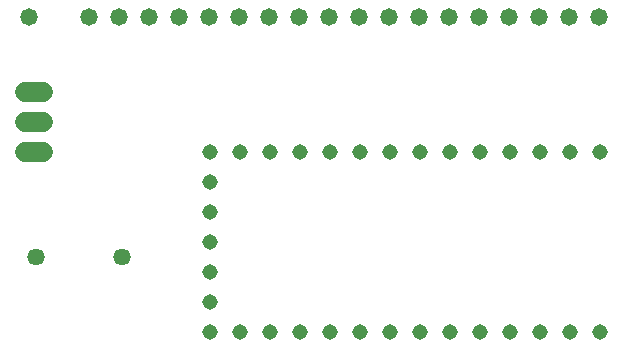
<source format=gbr>
G04 EAGLE Gerber RS-274X export*
G75*
%MOMM*%
%FSLAX34Y34*%
%LPD*%
%INSoldermask Bottom*%
%IPPOS*%
%AMOC8*
5,1,8,0,0,1.08239X$1,22.5*%
G01*
G04 Define Apertures*
%ADD10C,1.727200*%
%ADD11C,1.463200*%
%ADD12C,1.473200*%
%ADD13C,1.311200*%
D10*
X350520Y330200D02*
X335280Y330200D01*
X335280Y355600D02*
X350520Y355600D01*
X350520Y381000D02*
X335280Y381000D01*
D11*
X417200Y241300D03*
X344800Y241300D03*
D12*
X338328Y444500D03*
X389128Y444500D03*
X414528Y444500D03*
X439928Y444500D03*
X465328Y444500D03*
X490728Y444500D03*
X516128Y444500D03*
X541528Y444500D03*
X566928Y444500D03*
X592328Y444500D03*
X617728Y444500D03*
X643128Y444500D03*
X668528Y444500D03*
X693928Y444500D03*
X719328Y444500D03*
X744728Y444500D03*
X770128Y444500D03*
X795528Y444500D03*
X820928Y444500D03*
D13*
X821738Y330200D03*
X796338Y330200D03*
X770938Y330200D03*
X745538Y330200D03*
X720138Y330200D03*
X694738Y330200D03*
X669338Y330200D03*
X643938Y330200D03*
X618538Y330200D03*
X593138Y330200D03*
X567738Y330200D03*
X542338Y330200D03*
X516938Y330200D03*
X491538Y330200D03*
X491538Y304800D03*
X491538Y279400D03*
X491538Y254000D03*
X491538Y228600D03*
X491538Y203200D03*
X491538Y177800D03*
X516938Y177800D03*
X542338Y177800D03*
X567738Y177800D03*
X593138Y177800D03*
X618538Y177800D03*
X643938Y177800D03*
X669338Y177800D03*
X694738Y177800D03*
X720138Y177800D03*
X745538Y177800D03*
X770938Y177800D03*
X796338Y177800D03*
X821738Y177800D03*
M02*

</source>
